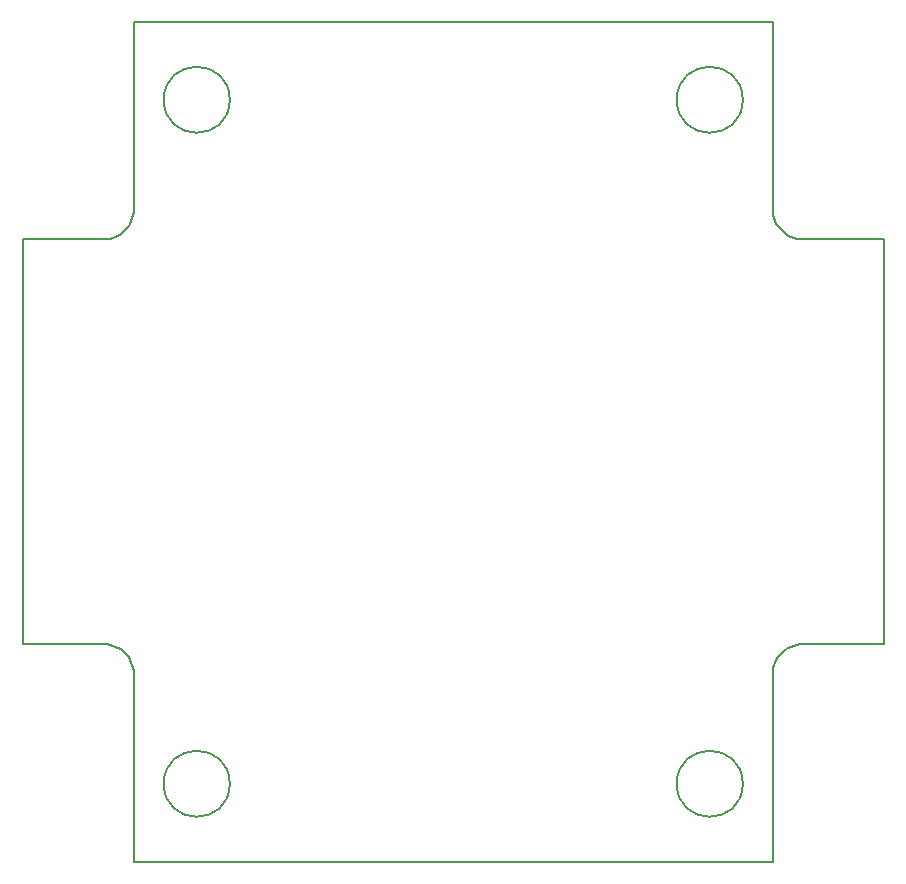
<source format=gbr>
%TF.GenerationSoftware,KiCad,Pcbnew,8.0.1-rc1*%
%TF.CreationDate,2024-08-05T15:18:58-07:00*%
%TF.ProjectId,AMS - CANBus Sensor - Voltage,414d5320-2d20-4434-914e-427573205365,rev?*%
%TF.SameCoordinates,Original*%
%TF.FileFunction,Profile,NP*%
%FSLAX46Y46*%
G04 Gerber Fmt 4.6, Leading zero omitted, Abs format (unit mm)*
G04 Created by KiCad (PCBNEW 8.0.1-rc1) date 2024-08-05 15:18:58*
%MOMM*%
%LPD*%
G01*
G04 APERTURE LIST*
%ADD10C,0.200000*%
%TA.AperFunction,Profile*%
%ADD11C,0.200000*%
%TD*%
G04 APERTURE END LIST*
D10*
X175629317Y-111545738D02*
X175642430Y-111286037D01*
X175680920Y-111033839D01*
X175743510Y-110790419D01*
X175828922Y-110557055D01*
X175935881Y-110335022D01*
X176063109Y-110125599D01*
X176209329Y-109930061D01*
X176373265Y-109749686D01*
X176553641Y-109585750D01*
X176749178Y-109439529D01*
X176958602Y-109312302D01*
X177180634Y-109205343D01*
X177413998Y-109119931D01*
X177657418Y-109057341D01*
X177909616Y-109018851D01*
X178169317Y-109005738D01*
D11*
X121527300Y-56300729D02*
X121527300Y-72175733D01*
D10*
X118987300Y-109005738D02*
X119247000Y-109018851D01*
X119499198Y-109057341D01*
X119742618Y-109119931D01*
X119975982Y-109205343D01*
X120198015Y-109312302D01*
X120407438Y-109439529D01*
X120602976Y-109585750D01*
X120783351Y-109749686D01*
X120947287Y-109930061D01*
X121093508Y-110125599D01*
X121220735Y-110335022D01*
X121327694Y-110557055D01*
X121413106Y-110790419D01*
X121475696Y-111033839D01*
X121514186Y-111286037D01*
X121527300Y-111545738D01*
D11*
X173089309Y-62904725D02*
G75*
G02*
X167501309Y-62904725I-2794000J0D01*
G01*
X167501309Y-62904725D02*
G75*
G02*
X173089309Y-62904725I2794000J0D01*
G01*
X175629317Y-127420721D02*
X175629317Y-111545738D01*
X185027300Y-74715733D02*
X178169317Y-74715733D01*
X118987300Y-74715733D02*
X112129317Y-74715733D01*
D10*
X121527300Y-72175733D02*
X121514186Y-72435433D01*
X121475696Y-72687631D01*
X121413106Y-72931051D01*
X121327694Y-73164415D01*
X121220735Y-73386448D01*
X121093508Y-73595871D01*
X120947287Y-73791409D01*
X120783351Y-73971784D01*
X120602976Y-74135720D01*
X120407438Y-74281941D01*
X120198015Y-74409168D01*
X119975982Y-74516127D01*
X119742618Y-74601539D01*
X119499198Y-74664129D01*
X119247000Y-74702619D01*
X118987300Y-74715733D01*
D11*
X121527300Y-111545738D02*
X121527300Y-127420721D01*
X112129317Y-74715733D02*
X112129317Y-109005738D01*
X121527300Y-127420721D02*
X175629317Y-127420721D01*
X173089309Y-120816725D02*
G75*
G02*
X167501309Y-120816725I-2794000J0D01*
G01*
X167501309Y-120816725D02*
G75*
G02*
X173089309Y-120816725I2794000J0D01*
G01*
X175629317Y-56300729D02*
X121527300Y-56300729D01*
X178169317Y-109005738D02*
X185027300Y-109005738D01*
X129655309Y-62904725D02*
G75*
G02*
X124067309Y-62904725I-2794000J0D01*
G01*
X124067309Y-62904725D02*
G75*
G02*
X129655309Y-62904725I2794000J0D01*
G01*
X185027300Y-109005738D02*
X185027300Y-74715733D01*
X112129317Y-109005738D02*
X118987300Y-109005738D01*
X129655309Y-120816725D02*
G75*
G02*
X124067309Y-120816725I-2794000J0D01*
G01*
X124067309Y-120816725D02*
G75*
G02*
X129655309Y-120816725I2794000J0D01*
G01*
D10*
X178169317Y-74715733D02*
X177909616Y-74702619D01*
X177657418Y-74664129D01*
X177413998Y-74601539D01*
X177180634Y-74516127D01*
X176958602Y-74409168D01*
X176749178Y-74281941D01*
X176553641Y-74135720D01*
X176373265Y-73971784D01*
X176209329Y-73791409D01*
X176063109Y-73595871D01*
X175935881Y-73386448D01*
X175828922Y-73164415D01*
X175743510Y-72931051D01*
X175680920Y-72687631D01*
X175642430Y-72435433D01*
X175629317Y-72175733D01*
D11*
X175629317Y-72175733D02*
X175629317Y-56300729D01*
M02*

</source>
